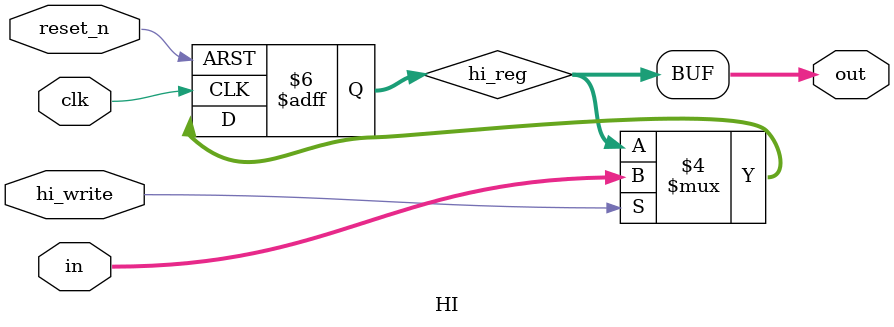
<source format=v>
`timescale 1ns / 1ps


module HI #(parameter Bits = 32) (clk,reset_n,hi_write,in,out);
input               clk         ;
input               reset_n     ;
input               hi_write    ;
input   [Bits-1:0]  in          ;
output  [Bits-1:0]  out         ;

reg     [Bits-1:0]  hi_reg      ;

always @(posedge clk or negedge reset_n)
begin
    if (~reset_n)
    hi_reg <= 32'b0;
    else if(hi_write)
    hi_reg <= in;
    else
    hi_reg <= hi_reg;
end

assign out =hi_reg ;

endmodule

</source>
